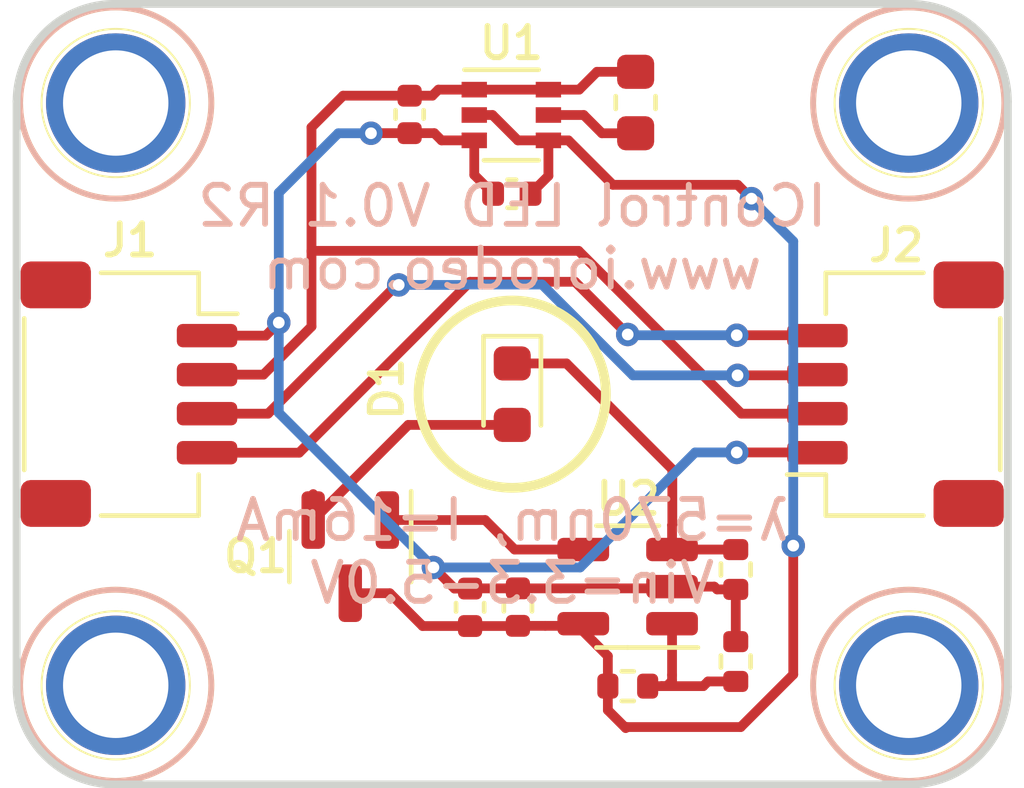
<source format=kicad_pcb>
(kicad_pcb (version 20221018) (generator pcbnew)
  (layers (0 "F.Cu" signal) (31 "B.Cu" signal) (34 "B.Paste" user) (35 "F.Paste" user) (36 "B.SilkS" user "B.Silkscreen") (37 "F.SilkS" user "F.Silkscreen") (38 "B.Mask" user) (39 "F.Mask" user) (44 "Edge.Cuts" user))
  (net 0 "")
  (net 1 "GND")
  (net 2 "/VIN")
  (net 3 "/VL")
  (net 4 "/SCL")
  (net 5 "/SDA")
  (net 6 "/5V")
  (net 7 "Net-(D1-K)")
  (net 8 "Net-(D1-A)")
  (net 9 "Net-(Q1-B)")
  (net 10 "/Vset")
  (footprint "custom_mount_hole:MountingHole_2.5mm_Pad" (layer "F.Cu") (at 52.54 52.54)
    (fp_text reference "M1" hide)
    (fp_text value "MountingHole_2.5mm_Pad" hide)
    (fp_circle (center 0 0) (end 2.45 0) (stroke (width 0.15)) (fill none) (layer "B.SilkS"))
    (fp_circle (center 0 0) (end 1.9 0) (stroke (width 0.05)) (fill none) (layer "F.SilkS"))
    (fp_circle (center 0 0) (end 2.45 0) (stroke (width 0.15)) (fill none) (layer "F.SilkS"))
    (pad "~" thru_hole circle (at 0 0) (size 3.57 3.57) (drill 2.7) (layers "*.Cu" "*.Mask"))
  )
  (footprint "custom_mount_hole:MountingHole_2.5mm_Pad" (layer "F.Cu") (at 72.86 52.54)
    (fp_text reference "M2" hide)
    (fp_text value "MountingHole_2.5mm_Pad" hide)
    (fp_circle (center 0 0) (end 2.45 0) (stroke (width 0.15)) (fill none) (layer "B.SilkS"))
    (fp_circle (center 0 0) (end 1.9 0) (stroke (width 0.05)) (fill none) (layer "F.SilkS"))
    (fp_circle (center 0 0) (end 2.45 0) (stroke (width 0.15)) (fill none) (layer "F.SilkS"))
    (pad "~" thru_hole circle (at 0 0) (size 3.57 3.57) (drill 2.7) (layers "*.Cu" "*.Mask"))
  )
  (footprint "custom_mount_hole:MountingHole_2.5mm_Pad" (layer "F.Cu") (at 72.86 67.46)
    (fp_text reference "M3" hide)
    (fp_text value "MountingHole_2.5mm_Pad" hide)
    (fp_circle (center 0 0) (end 2.45 0) (stroke (width 0.15)) (fill none) (layer "B.SilkS"))
    (fp_circle (center 0 0) (end 1.9 0) (stroke (width 0.05)) (fill none) (layer "F.SilkS"))
    (fp_circle (center 0 0) (end 2.45 0) (stroke (width 0.15)) (fill none) (layer "F.SilkS"))
    (pad "~" thru_hole circle (at 0 0) (size 3.57 3.57) (drill 2.7) (layers "*.Cu" "*.Mask"))
  )
  (footprint "custom_mount_hole:MountingHole_2.5mm_Pad" (layer "F.Cu") (at 52.54 67.46)
    (fp_text reference "M4" hide)
    (fp_text value "MountingHole_2.5mm_Pad" hide)
    (fp_circle (center 0 0) (end 2.45 0) (stroke (width 0.15)) (fill none) (layer "B.SilkS"))
    (fp_circle (center 0 0) (end 1.9 0) (stroke (width 0.05)) (fill none) (layer "F.SilkS"))
    (fp_circle (center 0 0) (end 2.45 0) (stroke (width 0.15)) (fill none) (layer "F.SilkS"))
    (pad "~" thru_hole circle (at 0 0) (size 3.57 3.57) (drill 2.7) (layers "*.Cu" "*.Mask"))
  )
  (footprint "LED_SMD:LED_0603_1608Metric" (layer "F.Cu") (at 62.7 60 -90)
    (fp_text reference "D1" (at -0.1322 3.2132 90) (layer "F.SilkS") (effects (font (size 0.8 0.8))))
    (fp_text value "LED" hide)
    (fp_line (start -1.485 -0.735) (end -1.485 0.735) (stroke (width 0.12)) (layer "F.SilkS"))
    (fp_line (start -1.485 0.735) (end 0.8 0.735) (stroke (width 0.12)) (layer "F.SilkS"))
    (fp_line (start 0.8 -0.735) (end -1.485 -0.735) (stroke (width 0.12)) (layer "F.SilkS"))
    (pad "1" smd roundrect (at -0.7875 0 270) (size 0.875 0.95) (layers "F.Cu" "F.Paste" "F.Mask") (net 7 "Net-(D1-K)"))
    (pad "2" smd roundrect (at 0.7875 0 270) (size 0.875 0.95) (layers "F.Cu" "F.Paste" "F.Mask") (net 8 "Net-(D1-A)"))
  )
  (footprint "JST_SH_SM04B_custom:JST_SH_SM04B-SRSS-TB_1x04-1MP_P1.00mm_Horizontal" (layer "F.Cu") (at 52.88 60 -90)
    (fp_text reference "J1" (at -3.9422 -0.0298) (layer "F.SilkS") (effects (font (size 0.8 0.8))))
    (fp_text value "Conn_01x04" hide)
    (fp_line (start -3.11 -1.785) (end -2.06 -1.785) (stroke (width 0.12)) (layer "F.SilkS"))
    (fp_line (start -3.11 0.715) (end -3.11 -1.785) (stroke (width 0.12)) (layer "F.SilkS"))
    (fp_line (start -2.06 -1.785) (end -2.06 -2.775) (stroke (width 0.12)) (layer "F.SilkS"))
    (fp_line (start -1.94 2.685) (end 1.94 2.685) (stroke (width 0.12)) (layer "F.SilkS"))
    (fp_line (start 3.11 -1.785) (end 2.06 -1.785) (stroke (width 0.12)) (layer "F.SilkS"))
    (fp_line (start 3.11 0.715) (end 3.11 -1.785) (stroke (width 0.12)) (layer "F.SilkS"))
    (pad "1" smd roundrect (at -1.5 -2 270) (size 0.6 1.55) (layers "F.Cu" "F.Paste" "F.Mask") (net 1 "GND"))
    (pad "2" smd roundrect (at -0.5 -2 270) (size 0.6 1.55) (layers "F.Cu" "F.Paste" "F.Mask") (net 2 "/VIN"))
    (pad "3" smd roundrect (at 0.5 -2 270) (size 0.6 1.55) (layers "F.Cu" "F.Paste" "F.Mask") (net 5 "/SDA"))
    (pad "4" smd roundrect (at 1.5 -2 270) (size 0.6 1.55) (layers "F.Cu" "F.Paste" "F.Mask") (net 4 "/SCL"))
    (pad "MP" smd roundrect (at -2.8 1.875 270) (size 1.2 1.8) (layers "F.Cu" "F.Paste" "F.Mask") (roundrect_rratio 0.2083333333))
    (pad "MP" smd roundrect (at 2.8 1.875 270) (size 1.2 1.8) (layers "F.Cu" "F.Paste" "F.Mask") (roundrect_rratio 0.2083333333))
  )
  (footprint "JST_SH_SM04B_custom:JST_SH_SM04B-SRSS-TB_1x04-1MP_P1.00mm_Horizontal" (layer "F.Cu") (at 72.52 60 90)
    (fp_text reference "J2" (at 3.8152 0.0208 180) (layer "F.SilkS") (effects (font (size 0.8 0.8))))
    (fp_text value "Conn_01x04" hide)
    (fp_line (start -3.11 -1.785) (end -2.06 -1.785) (stroke (width 0.12)) (layer "F.SilkS"))
    (fp_line (start -3.11 0.715) (end -3.11 -1.785) (stroke (width 0.12)) (layer "F.SilkS"))
    (fp_line (start -2.06 -1.785) (end -2.06 -2.775) (stroke (width 0.12)) (layer "F.SilkS"))
    (fp_line (start -1.94 2.685) (end 1.94 2.685) (stroke (width 0.12)) (layer "F.SilkS"))
    (fp_line (start 3.11 -1.785) (end 2.06 -1.785) (stroke (width 0.12)) (layer "F.SilkS"))
    (fp_line (start 3.11 0.715) (end 3.11 -1.785) (stroke (width 0.12)) (layer "F.SilkS"))
    (pad "1" smd roundrect (at -1.5 -2 90) (size 0.6 1.55) (layers "F.Cu" "F.Paste" "F.Mask") (net 1 "GND"))
    (pad "2" smd roundrect (at -0.5 -2 90) (size 0.6 1.55) (layers "F.Cu" "F.Paste" "F.Mask") (net 2 "/VIN"))
    (pad "3" smd roundrect (at 0.5 -2 90) (size 0.6 1.55) (layers "F.Cu" "F.Paste" "F.Mask") (net 5 "/SDA"))
    (pad "4" smd roundrect (at 1.5 -2 90) (size 0.6 1.55) (layers "F.Cu" "F.Paste" "F.Mask") (net 4 "/SCL"))
    (pad "MP" smd roundrect (at -2.8 1.875 90) (size 1.2 1.8) (layers "F.Cu" "F.Paste" "F.Mask") (roundrect_rratio 0.2083333333))
    (pad "MP" smd roundrect (at 2.8 1.875 90) (size 1.2 1.8) (layers "F.Cu" "F.Paste" "F.Mask") (roundrect_rratio 0.2083333333))
  )
  (footprint "Resistor_SMD:R_0402_1005Metric" (layer "F.Cu") (at 68.4276 64.4926 -90)
    (fp_text reference "R1" hide)
    (fp_text value "10" hide)
    (fp_line (start -0.153641 -0.38) (end 0.153641 -0.38) (stroke (width 0.12)) (layer "F.SilkS"))
    (fp_line (start -0.153641 0.38) (end 0.153641 0.38) (stroke (width 0.12)) (layer "F.SilkS"))
    (pad "1" smd roundrect (at -0.51 0 270) (size 0.54 0.64) (layers "F.Cu" "F.Paste" "F.Mask") (net 7 "Net-(D1-K)"))
    (pad "2" smd roundrect (at 0.51 0 270) (size 0.54 0.64) (layers "F.Cu" "F.Paste" "F.Mask") (net 1 "GND"))
  )
  (footprint "Package_TO_SOT_SMD:SOT-23-5" (layer "F.Cu") (at 65.6577 64.931 180)
    (fp_text reference "U2" (at -0.0125 2.25) (layer "F.SilkS") (effects (font (size 0.8 0.8) (thickness 0.15) bold)))
    (fp_text value "LMV321")
    (fp_line (start 0 -1.56) (end -1.8 -1.56) (stroke (width 0.12)) (layer "F.SilkS"))
    (fp_line (start 0 -1.56) (end 0.8 -1.56) (stroke (width 0.12)) (layer "F.SilkS"))
    (fp_line (start 0 1.56) (end -0.8 1.56) (stroke (width 0.12)) (layer "F.SilkS"))
    (fp_line (start 0 1.56) (end 0.8 1.56) (stroke (width 0.12)) (layer "F.SilkS"))
    (pad "1" smd roundrect (at -1.1375 -0.95 180) (size 1.325 0.6) (layers "F.Cu" "F.Paste" "F.Mask") (net 10 "/Vset"))
    (pad "2" smd roundrect (at -1.1375 0 180) (size 1.325 0.6) (layers "F.Cu" "F.Paste" "F.Mask") (net 1 "GND"))
    (pad "3" smd roundrect (at -1.1375 0.95 180) (size 1.325 0.6) (layers "F.Cu" "F.Paste" "F.Mask") (net 7 "Net-(D1-K)"))
    (pad "4" smd roundrect (at 1.1375 0.95 180) (size 1.325 0.6) (layers "F.Cu" "F.Paste" "F.Mask") (net 9 "Net-(Q1-B)"))
    (pad "5" smd roundrect (at 1.1375 -0.95 180) (size 1.325 0.6) (layers "F.Cu" "F.Paste" "F.Mask") (net 6 "/5V"))
  )
  (footprint "Capacitor_SMD:C_0402_1005Metric" (layer "F.Cu") (at 62.8452 65.456 90)
    (fp_text reference "C3" hide)
    (fp_text value "0.1uF" hide)
    (fp_line (start -0.107836 -0.36) (end 0.107836 -0.36) (stroke (width 0.12)) (layer "F.SilkS"))
    (fp_line (start -0.107836 0.36) (end 0.107836 0.36) (stroke (width 0.12)) (layer "F.SilkS"))
    (pad "1" smd roundrect (at -0.48 0 90) (size 0.56 0.62) (layers "F.Cu" "F.Paste" "F.Mask") (net 6 "/5V"))
    (pad "2" smd roundrect (at 0.48 0 90) (size 0.56 0.62) (layers "F.Cu" "F.Paste" "F.Mask") (net 1 "GND"))
  )
  (footprint "Resistor_SMD:R_0402_1005Metric" (layer "F.Cu") (at 68.4276 66.8508 90)
    (fp_text reference "R3" hide)
    (fp_text value "1k" hide)
    (fp_line (start -0.153641 -0.38) (end 0.153641 -0.38) (stroke (width 0.12)) (layer "F.SilkS"))
    (fp_line (start -0.153641 0.38) (end 0.153641 0.38) (stroke (width 0.12)) (layer "F.SilkS"))
    (pad "1" smd roundrect (at -0.51 0 90) (size 0.54 0.64) (layers "F.Cu" "F.Paste" "F.Mask") (net 10 "/Vset"))
    (pad "2" smd roundrect (at 0.51 0 90) (size 0.54 0.64) (layers "F.Cu" "F.Paste" "F.Mask") (net 1 "GND"))
  )
  (footprint "Inductor_SMD:L_0603_1608Metric" (layer "F.Cu") (at 65.8622 52.5272 -90)
    (fp_text reference "L1" hide)
    (fp_text value "4.7uF" hide)
    (fp_line (start -0.162779 -0.51) (end 0.162779 -0.51) (stroke (width 0.12)) (layer "F.SilkS"))
    (fp_line (start -0.162779 0.51) (end 0.162779 0.51) (stroke (width 0.12)) (layer "F.SilkS"))
    (pad "1" smd roundrect (at -0.7875 0 270) (size 0.875 0.95) (layers "F.Cu" "F.Paste" "F.Mask") (net 2 "/VIN"))
    (pad "2" smd roundrect (at 0.7875 0 270) (size 0.875 0.95) (layers "F.Cu" "F.Paste" "F.Mask") (net 3 "/VL"))
  )
  (footprint "Resistor_SMD:R_0402_1005Metric" (layer "F.Cu") (at 65.6602 67.481)
    (fp_text reference "R2" hide)
    (fp_text value "30k" hide)
    (fp_line (start -0.153641 -0.38) (end 0.153641 -0.38) (stroke (width 0.12)) (layer "F.SilkS"))
    (fp_line (start -0.153641 0.38) (end 0.153641 0.38) (stroke (width 0.12)) (layer "F.SilkS"))
    (pad "1" smd roundrect (at -0.51 0) (size 0.54 0.64) (layers "F.Cu" "F.Paste" "F.Mask") (net 6 "/5V"))
    (pad "2" smd roundrect (at 0.51 0) (size 0.54 0.64) (layers "F.Cu" "F.Paste" "F.Mask") (net 10 "/Vset"))
  )
  (footprint "Capacitor_SMD:C_0402_1005Metric" (layer "F.Cu") (at 60.071 52.832 90)
    (fp_text reference "C1" hide)
    (fp_text value "10uF" hide)
    (fp_line (start -0.107836 -0.36) (end 0.107836 -0.36) (stroke (width 0.12)) (layer "F.SilkS"))
    (fp_line (start -0.107836 0.36) (end 0.107836 0.36) (stroke (width 0.12)) (layer "F.SilkS"))
    (pad "1" smd roundrect (at -0.48 0 90) (size 0.56 0.62) (layers "F.Cu" "F.Paste" "F.Mask") (net 1 "GND"))
    (pad "2" smd roundrect (at 0.48 0 90) (size 0.56 0.62) (layers "F.Cu" "F.Paste" "F.Mask") (net 2 "/VIN"))
  )
  (footprint "Package_TO_SOT_SMD:SOT-363_SC-70-6" (layer "F.Cu") (at 62.677 52.847)
    (fp_text reference "U1" (at 0 -1.8438) (layer "F.SilkS") (effects (font (size 0.8 0.8))))
    (fp_text value "TPS61222DCK" hide)
    (fp_line (start -0.7 1.16) (end 0.7 1.16) (stroke (width 0.12)) (layer "F.SilkS"))
    (fp_line (start 0.7 -1.16) (end -1.2 -1.16) (stroke (width 0.12)) (layer "F.SilkS"))
    (pad "1" smd rect (at -0.95 -0.65) (size 0.65 0.4) (layers "F.Cu" "F.Paste" "F.Mask") (net 2 "/VIN"))
    (pad "2" smd rect (at -0.95 0) (size 0.65 0.4) (layers "F.Cu" "F.Paste" "F.Mask") (net 6 "/5V"))
    (pad "3" smd rect (at -0.95 0.65) (size 0.65 0.4) (layers "F.Cu" "F.Paste" "F.Mask") (net 1 "GND"))
    (pad "4" smd rect (at 0.95 0.65) (size 0.65 0.4) (layers "F.Cu" "F.Paste" "F.Mask") (net 6 "/5V"))
    (pad "5" smd rect (at 0.95 0) (size 0.65 0.4) (layers "F.Cu" "F.Paste" "F.Mask") (net 3 "/VL"))
    (pad "6" smd rect (at 0.95 -0.65) (size 0.65 0.4) (layers "F.Cu" "F.Paste" "F.Mask") (net 2 "/VIN"))
  )
  (footprint "Capacitor_SMD:C_0402_1005Metric" (layer "F.Cu") (at 61.6202 65.461 90)
    (fp_text reference "C4" hide)
    (fp_text value "10uF" hide)
    (fp_line (start -0.107836 -0.36) (end 0.107836 -0.36) (stroke (width 0.12)) (layer "F.SilkS"))
    (fp_line (start -0.107836 0.36) (end 0.107836 0.36) (stroke (width 0.12)) (layer "F.SilkS"))
    (pad "1" smd roundrect (at -0.48 0 90) (size 0.56 0.62) (layers "F.Cu" "F.Paste" "F.Mask") (net 6 "/5V"))
    (pad "2" smd roundrect (at 0.48 0 90) (size 0.56 0.62) (layers "F.Cu" "F.Paste" "F.Mask") (net 1 "GND"))
  )
  (footprint "Package_TO_SOT_SMD:SOT-23" (layer "F.Cu") (at 58.55 64.1625 -90)
    (fp_text reference "Q1" (at -0.0125 2.425 -180) (layer "F.SilkS") (effects (font (size 0.8 0.8) (thickness 0.15) bold)))
    (fp_text value "MMBT5551L" hide)
    (fp_line (start 0 -1.56) (end -1.675 -1.56) (stroke (width 0.12)) (layer "F.SilkS"))
    (fp_line (start 0 -1.56) (end 0.65 -1.56) (stroke (width 0.12)) (layer "F.SilkS"))
    (fp_line (start 0 1.56) (end -0.65 1.56) (stroke (width 0.12)) (layer "F.SilkS"))
    (fp_line (start 0 1.56) (end 0.65 1.56) (stroke (width 0.12)) (layer "F.SilkS"))
    (pad "1" smd roundrect (at -0.9375 -0.95 270) (size 1.475 0.6) (layers "F.Cu" "F.Paste" "F.Mask") (net 9 "Net-(Q1-B)"))
    (pad "2" smd roundrect (at -0.9375 0.95 270) (size 1.475 0.6) (layers "F.Cu" "F.Paste" "F.Mask") (net 8 "Net-(D1-A)"))
    (pad "3" smd roundrect (at 0.9375 0 270) (size 1.475 0.6) (layers "F.Cu" "F.Paste" "F.Mask") (net 6 "/5V"))
  )
  (footprint "Capacitor_SMD:C_0402_1005Metric" (layer "F.Cu") (at 62.6898 54.864)
    (fp_text reference "C2" hide)
    (fp_text value "10uF" hide)
    (fp_line (start -0.107836 -0.36) (end 0.107836 -0.36) (stroke (width 0.12)) (layer "F.SilkS"))
    (fp_line (start -0.107836 0.36) (end 0.107836 0.36) (stroke (width 0.12)) (layer "F.SilkS"))
    (pad "1" smd roundrect (at -0.48 0) (size 0.56 0.62) (layers "F.Cu" "F.Paste" "F.Mask") (net 1 "GND"))
    (pad "2" smd roundrect (at 0.48 0) (size 0.56 0.62) (layers "F.Cu" "F.Paste" "F.Mask") (net 6 "/5V"))
  )
  (gr_circle (center 62.7 60) (end 65.1 60) (stroke (width 0.25)) (fill none) (layer "F.SilkS"))
  (gr_arc (start 72.9 50) (mid 74.667767 50.732233) (end 75.4 52.5) (stroke (width 0.2)) (layer "Edge.Cuts"))
  (gr_arc (start 52.5 70) (mid 50.732233 69.267767) (end 50 67.5) (stroke (width 0.2)) (layer "Edge.Cuts"))
  (gr_line (start 52.5 50) (end 72.9 50) (stroke (width 0.2)) (layer "Edge.Cuts"))
  (gr_arc (start 50 52.5) (mid 50.732233 50.732233) (end 52.5 50) (stroke (width 0.2)) (layer "Edge.Cuts"))
  (gr_arc (start 75.4 67.5) (mid 74.667767 69.267767) (end 72.9 70) (stroke (width 0.2)) (layer "Edge.Cuts"))
  (gr_line (start 50 52.5) (end 50 67.5) (stroke (width 0.2)) (layer "Edge.Cuts"))
  (gr_line (start 52.5 70) (end 72.9 70) (stroke (width 0.2)) (layer "Edge.Cuts"))
  (gr_line (start 75.4 52.5) (end 75.4 67.5) (stroke (width 0.2)) (layer "Edge.Cuts"))
  (gr_text "IControl LED V0.1 R2\nwww.iorodeo.com\n\n\n\nλ=570nm, I=16mA\nVin=3.3-5.0V" (at 62.7 60.01) (layer "B.SilkS") (effects (font (size 1 1)) (justify mirror)))
  (segment (start 61.2218 64.981) (end 60.6806 64.4398) (width 0.25) (layer "F.Cu") (net 1))
  (segment (start 68.4276 65.0026) (end 68.4276 66.3408) (width 0.25) (layer "F.Cu") (net 1))
  (segment (start 60.071 53.312) (end 60.7034 53.312) (width 0.25) (layer "F.Cu") (net 1))
  (segment (start 60.7034 53.312) (end 60.8884 53.497) (width 0.25) (layer "F.Cu") (net 1))
  (segment (start 62.8452 64.976) (end 61.6252 64.976) (width 0.25) (layer "F.Cu") (net 1))
  (segment (start 68.4276 65.0026) (end 67.949 65.0026) (width 0.25) (layer "F.Cu") (net 1))
  (segment (start 70.3134 61.4934) (end 70.32 61.5) (width 0.25) (layer "F.Cu") (net 1))
  (segment (start 62.8452 64.976) (end 63.9452 64.976) (width 0.25) (layer "F.Cu") (net 1))
  (segment (start 67.949 65.0026) (end 67.8774 64.931) (width 0.25) (layer "F.Cu") (net 1))
  (segment (start 68.453 61.4934) (end 70.4134 61.4934) (width 0.25) (layer "F.Cu") (net 1))
  (segment (start 59.083 53.312) (end 59.0804 53.3146) (width 0.25) (layer "F.Cu") (net 1))
  (segment (start 56.3842 58.5) (end 54.98 58.5) (width 0.25) (layer "F.Cu") (net 1))
  (segment (start 70.4134 61.4934) (end 70.42 61.5) (width 0.25) (layer "F.Cu") (net 1))
  (segment (start 56.3842 58.5) (end 56.7182 58.166) (width 0.25) (layer "F.Cu") (net 1))
  (segment (start 70.7684 61.4934) (end 70.775 61.5) (width 0.25) (layer "F.Cu") (net 1))
  (segment (start 70.3634 61.4934) (end 70.37 61.5) (width 0.25) (layer "F.Cu") (net 1))
  (segment (start 61.727 54.3812) (end 62.2098 54.864) (width 0.25) (layer "F.Cu") (net 1))
  (segment (start 61.6202 64.981) (end 61.2218 64.981) (width 0.25) (layer "F.Cu") (net 1))
  (segment (start 66.7502 64.976) (end 66.7952 64.931) (width 0.25) (layer "F.Cu") (net 1))
  (segment (start 60.8884 53.497) (end 61.727 53.497) (width 0.25) (layer "F.Cu") (net 1))
  (segment (start 67.8774 64.931) (end 66.7952 64.931) (width 0.25) (layer "F.Cu") (net 1))
  (segment (start 60.071 53.312) (end 59.083 53.312) (width 0.25) (layer "F.Cu") (net 1))
  (segment (start 61.727 53.497) (end 61.727 54.3812) (width 0.25) (layer "F.Cu") (net 1))
  (segment (start 63.9452 64.976) (end 66.7502 64.976) (width 0.25) (layer "F.Cu") (net 1))
  (segment (start 61.6252 64.976) (end 61.6202 64.981) (width 0.25) (layer "F.Cu") (net 1))
  (via (at 60.6806 64.4398) (size 0.6) (drill 0.3) (layers "F.Cu" "B.Cu") (net 1))
  (via (at 56.7182 58.166) (size 0.6) (drill 0.3) (layers "F.Cu" "B.Cu") (net 1))
  (via (at 59.0804 53.3146) (size 0.6) (drill 0.3) (layers "F.Cu" "B.Cu") (net 1))
  (via (at 68.453 61.4934) (size 0.6) (drill 0.3) (layers "F.Cu" "B.Cu") (net 1))
  (segment (start 67.3862 61.4934) (end 68.453 61.4934) (width 0.25) (layer "B.Cu") (net 1))
  (segment (start 56.7182 54.8386) (end 58.2422 53.3146) (width 0.25) (layer "B.Cu") (net 1))
  (segment (start 60.6806 64.4398) (end 64.4398 64.4398) (width 0.25) (layer "B.Cu") (net 1))
  (segment (start 64.4398 64.4398) (end 67.3862 61.4934) (width 0.25) (layer "B.Cu") (net 1))
  (segment (start 56.7182 60.4774) (end 60.6806 64.4398) (width 0.25) (layer "B.Cu") (net 1))
  (segment (start 58.2422 53.3146) (end 59.0804 53.3146) (width 0.25) (layer "B.Cu") (net 1))
  (segment (start 56.7182 58.166) (end 56.7182 54.8386) (width 0.25) (layer "B.Cu") (net 1))
  (segment (start 56.7182 58.166) (end 56.7182 60.4774) (width 0.25) (layer "B.Cu") (net 1))
  (segment (start 60.6526 52.352) (end 60.8076 52.197) (width 0.25) (layer "F.Cu") (net 2))
  (segment (start 60.071 52.352) (end 60.6526 52.352) (width 0.25) (layer "F.Cu") (net 2))
  (segment (start 57.5564 53.1622) (end 58.3666 52.352) (width 0.25) (layer "F.Cu") (net 2))
  (segment (start 56.324 59.5) (end 57.5564 58.2676) (width 0.25) (layer "F.Cu") (net 2))
  (segment (start 64.8717 51.7397) (end 65.8622 51.7397) (width 0.25) (layer "F.Cu") (net 2))
  (segment (start 64.4144 52.197) (end 64.8717 51.7397) (width 0.25) (layer "F.Cu") (net 2))
  (segment (start 57.5564 56.3372) (end 57.5564 53.1622) (width 0.25) (layer "F.Cu") (net 2))
  (segment (start 57.5661 56.3275) (end 64.399584 56.3275) (width 0.25) (layer "F.Cu") (net 2))
  (segment (start 57.5564 58.2676) (end 57.5564 56.3372) (width 0.25) (layer "F.Cu") (net 2))
  (segment (start 63.627 52.197) (end 64.4144 52.197) (width 0.25) (layer "F.Cu") (net 2))
  (segment (start 57.5564 56.3372) (end 57.5661 56.3275) (width 0.25) (layer "F.Cu") (net 2))
  (segment (start 56.324 59.5) (end 54.98 59.5) (width 0.25) (layer "F.Cu") (net 2))
  (segment (start 58.3666 52.352) (end 60.071 52.352) (width 0.25) (layer "F.Cu") (net 2))
  (segment (start 64.399584 56.3275) (end 68.572084 60.5) (width 0.25) (layer "F.Cu") (net 2))
  (segment (start 68.572084 60.5) (end 70.42 60.5) (width 0.25) (layer "F.Cu") (net 2))
  (segment (start 61.727 52.197) (end 63.627 52.197) (width 0.25) (layer "F.Cu") (net 2))
  (segment (start 60.8076 52.197) (end 61.727 52.197) (width 0.25) (layer "F.Cu") (net 2))
  (segment (start 64.531 52.847) (end 63.627 52.847) (width 0.25) (layer "F.Cu") (net 3))
  (segment (start 65.8622 53.3147) (end 64.9987 53.3147) (width 0.25) (layer "F.Cu") (net 3))
  (segment (start 64.9987 53.3147) (end 64.531 52.847) (width 0.25) (layer "F.Cu") (net 3))
  (segment (start 57.24 61.5) (end 54.98 61.5) (width 0.25) (layer "F.Cu") (net 4))
  (segment (start 61.62 57.12) (end 57.24 61.5) (width 0.25) (layer "F.Cu") (net 4))
  (segment (start 68.453 58.49) (end 70.41 58.49) (width 0.25) (layer "F.Cu") (net 4))
  (segment (start 70.36 58.49) (end 70.37 58.5) (width 0.25) (layer "F.Cu") (net 4))
  (segment (start 70.41 58.49) (end 70.42 58.5) (width 0.25) (layer "F.Cu") (net 4))
  (segment (start 65.659 58.4708) (end 64.3082 57.12) (width 0.25) (layer "F.Cu") (net 4))
  (segment (start 70.31 58.49) (end 70.32 58.5) (width 0.25) (layer "F.Cu") (net 4))
  (segment (start 64.3082 57.12) (end 61.62 57.12) (width 0.25) (layer "F.Cu") (net 4))
  (via (at 68.453 58.49) (size 0.6) (drill 0.3) (layers "F.Cu" "B.Cu") (net 4))
  (via (at 65.659 58.4708) (size 0.6) (drill 0.3) (layers "F.Cu" "B.Cu") (net 4))
  (segment (start 68.453 58.49) (end 65.6782 58.49) (width 0.25) (layer "B.Cu") (net 4))
  (segment (start 65.6782 58.49) (end 65.659 58.4708) (width 0.25) (layer "B.Cu") (net 4))
  (segment (start 59.7916 57.2008) (end 59.7408 57.2008) (width 0.25) (layer "F.Cu") (net 5))
  (segment (start 68.472931 59.517669) (end 70.402331 59.517669) (width 0.25) (layer "F.Cu") (net 5))
  (segment (start 68.472931 59.517669) (end 68.4906 59.5) (width 0.25) (layer "F.Cu") (net 5))
  (segment (start 70.402331 59.517669) (end 70.42 59.5) (width 0.25) (layer "F.Cu") (net 5))
  (segment (start 59.7408 57.2008) (end 56.4416 60.5) (width 0.25) (layer "F.Cu") (net 5))
  (segment (start 56.4416 60.5) (end 54.98 60.5) (width 0.25) (layer "F.Cu") (net 5))
  (segment (start 68.472931 59.517669) (end 68.455262 59.5) (width 0.25) (layer "F.Cu") (net 5))
  (segment (start 70.352331 59.517669) (end 70.37 59.5) (width 0.25) (layer "F.Cu") (net 5))
  (via (at 59.7916 57.2008) (size 0.6) (drill 0.3) (layers "F.Cu" "B.Cu") (net 5))
  (via (at 68.472931 59.517669) (size 0.6) (drill 0.3) (layers "F.Cu" "B.Cu") (net 5))
  (segment (start 61.4492 57.2008) (end 59.7916 57.2008) (width 0.25) (layer "B.Cu") (net 5))
  (segment (start 68.472931 59.517669) (end 65.791469 59.517669) (width 0.25) (layer "B.Cu") (net 5))
  (segment (start 65.791469 59.517669) (end 63.4638 57.19) (width 0.25) (layer "B.Cu") (net 5))
  (segment (start 61.46 57.19) (end 61.4492 57.2008) (width 0.25) (layer "B.Cu") (net 5))
  (segment (start 63.4638 57.19) (end 61.46 57.19) (width 0.25) (layer "B.Cu") (net 5))
  (segment (start 63.627 54.4068) (end 63.1698 54.864) (width 0.25) (layer "F.Cu") (net 6))
  (segment (start 64.5202 65.881) (end 64.5202 66.081) (width 0.25) (layer "F.Cu") (net 6))
  (segment (start 62.8402 65.941) (end 62.8452 65.936) (width 0.25) (layer "F.Cu") (net 6))
  (segment (start 63.5452 65.936) (end 64.4652 65.936) (width 0.25) (layer "F.Cu") (net 6))
  (segment (start 61.6202 65.941) (end 60.4038 65.941) (width 0.25) (layer "F.Cu") (net 6))
  (segment (start 65.6082 68.5546) (end 65.1502 68.0966) (width 0.25) (layer "F.Cu") (net 6))
  (segment (start 58.55 65.1) (end 58.55 65.5858) (width 0.25) (layer "F.Cu") (net 6))
  (segment (start 62.8452 65.936) (end 63.5452 65.936) (width 0.25) (layer "F.Cu") (net 6))
  (segment (start 61.727 52.847) (end 62.1942 52.847) (width 0.25) (layer "F.Cu") (net 6))
  (segment (start 68.5546 68.5292) (end 65.6336 68.5292) (width 0.25) (layer "F.Cu") (net 6))
  (segment (start 65.1502 66.711) (end 65.1502 67.481) (width 0.25) (layer "F.Cu") (net 6))
  (segment (start 68.4754 54.6354) (end 68.83 54.99) (width 0.25) (layer "F.Cu") (net 6))
  (segment (start 63.627 53.497) (end 64.1396 53.497) (width 0.25) (layer "F.Cu") (net 6))
  (segment (start 65.278 54.6354) (end 68.4754 54.6354) (width 0.25) (layer "F.Cu") (net 6))
  (segment (start 62.1942 52.847) (end 62.8442 53.497) (width 0.25) (layer "F.Cu") (net 6))
  (segment (start 64.5202 66.081) (end 65.1502 66.711) (width 0.25) (layer "F.Cu") (net 6))
  (segment (start 61.6202 65.941) (end 62.8402 65.941) (width 0.25) (layer "F.Cu") (net 6))
  (segment (start 59.5628 65.1) (end 58.55 65.1) (width 0.25) (layer "F.Cu") (net 6))
  (segment (start 65.6336 68.5292) (end 65.6082 68.5546) (width 0.25) (layer "F.Cu") (net 6))
  (segment (start 63.627 53.497) (end 63.627 54.4068) (width 0.25) (layer "F.Cu") (net 6))
  (segment (start 64.1396 53.497) (end 65.278 54.6354) (width 0.25) (layer "F.Cu") (net 6))
  (segment (start 69.9008 67.183) (end 68.5546 68.5292) (width 0.25) (layer "F.Cu") (net 6))
  (segment (start 60.4038 65.941) (end 59.5628 65.1) (width 0.25) (layer "F.Cu") (net 6))
  (segment (start 69.9008 63.881) (end 69.9008 67.183) (width 0.25) (layer "F.Cu") (net 6))
  (segment (start 62.8442 53.497) (end 63.627 53.497) (width 0.25) (layer "F.Cu") (net 6))
  (segment (start 65.1502 68.0966) (end 65.1502 67.481) (width 0.25) (layer "F.Cu") (net 6))
  (segment (start 64.4652 65.936) (end 64.5202 65.881) (width 0.25) (layer "F.Cu") (net 6))
  (via (at 69.9008 63.881) (size 0.6) (drill 0.3) (layers "F.Cu" "B.Cu") (net 6))
  (via (at 68.83 54.99) (size 0.6) (drill 0.3) (layers "F.Cu" "B.Cu") (net 6))
  (segment (start 69.9008 56.0832) (end 68.83 55.0124) (width 0.25) (layer "B.Cu") (net 6))
  (segment (start 68.83 55.0124) (end 68.83 54.99) (width 0.25) (layer "B.Cu") (net 6))
  (segment (start 69.9008 63.881) (end 69.9008 56.0832) (width 0.25) (layer "B.Cu") (net 6))
  (segment (start 68.426 63.981) (end 68.4276 63.9826) (width 0.25) (layer "F.Cu") (net 7))
  (segment (start 66.802 61.9252) (end 66.802 63.3476) (width 0.25) (layer "F.Cu") (net 7))
  (segment (start 62.7 59.2125) (end 64.0893 59.2125) (width 0.25) (layer "F.Cu") (net 7))
  (segment (start 66.7952 63.981) (end 68.426 63.981) (width 0.25) (layer "F.Cu") (net 7))
  (segment (start 64.0893 59.2125) (end 66.802 61.9252) (width 0.25) (layer "F.Cu") (net 7))
  (segment (start 66.7952 63.3544) (end 66.7952 63.981) (width 0.25) (layer "F.Cu") (net 7))
  (segment (start 66.802 63.3476) (end 66.7952 63.3544) (width 0.25) (layer "F.Cu") (net 7))
  (segment (start 60.0375 60.7875) (end 62.7 60.7875) (width 0.25) (layer "F.Cu") (net 8))
  (segment (start 57.6 63.225) (end 57.6 62.56) (width 0.25) (layer "F.Cu") (net 8))
  (segment (start 57.6 63.225) (end 60.0375 60.7875) (width 0.25) (layer "F.Cu") (net 8))
  (segment (start 62.0058 63.225) (end 59.5 63.225) (width 0.25) (layer "F.Cu") (net 9))
  (segment (start 59.545 63.18) (end 59.5 63.225) (width 0.25) (layer "F.Cu") (net 9))
  (segment (start 64.5202 63.981) (end 62.7618 63.981) (width 0.25) (layer "F.Cu") (net 9))
  (segment (start 62.7618 63.981) (end 62.0058 63.225) (width 0.25) (layer "F.Cu") (net 9))
  (segment (start 66.7952 67.346) (end 66.6602 67.481) (width 0.25) (layer "F.Cu") (net 10))
  (segment (start 67.7164 67.3608) (end 68.4276 67.3608) (width 0.25) (layer "F.Cu") (net 10))
  (segment (start 66.7952 65.881) (end 66.7952 67.196) (width 0.25) (layer "F.Cu") (net 10))
  (segment (start 66.5226 67.481) (end 67.5962 67.481) (width 0.25) (layer "F.Cu") (net 10))
  (segment (start 66.5226 67.481) (end 66.1702 67.481) (width 0.25) (layer "F.Cu") (net 10))
  (segment (start 66.7952 67.196) (end 66.7952 67.346) (width 0.25) (layer "F.Cu") (net 10))
  (segment (start 66.6602 67.481) (end 66.5226 67.481) (width 0.25) (layer "F.Cu") (net 10))
  (segment (start 67.5962 67.481) (end 67.7164 67.3608) (width 0.25) (layer "F.Cu") (net 10))
)
</source>
